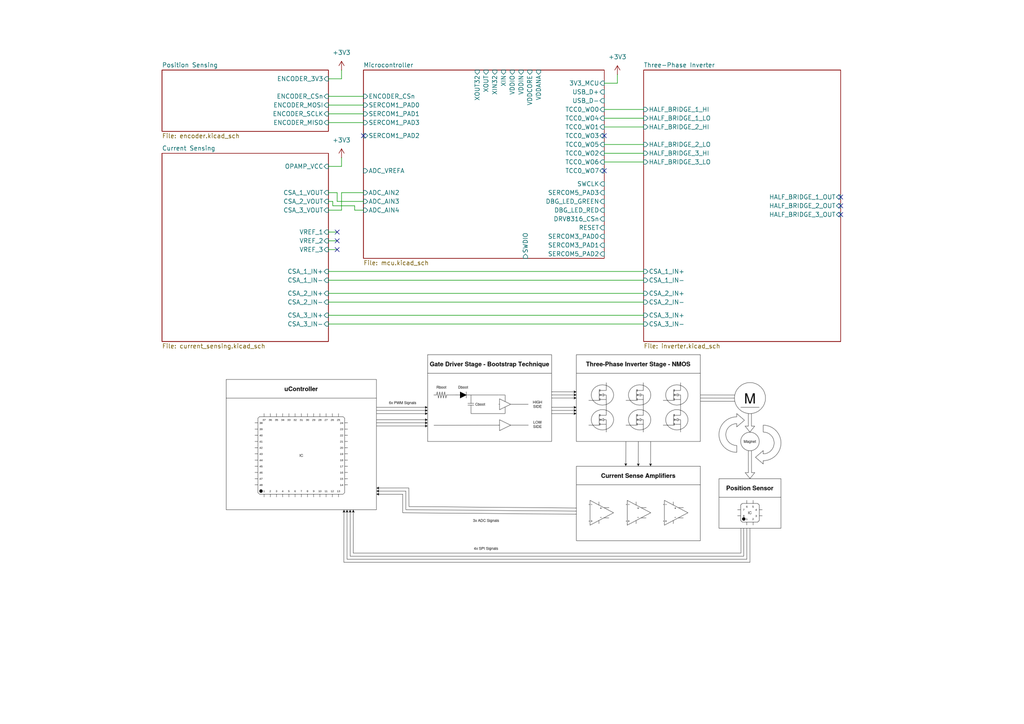
<source format=kicad_sch>
(kicad_sch (version 20250114) (generator "eeschema") (generator_version "9.0")
  (paper "A4")
  (title_block (title "BLDC Motor Driver - Sensored FOC") (date "2025-12-03") (rev "1") (company "CERN BE-CEM-EPR"))
  (lib_symbols
    (symbol "power:+3V3" (power) (pin_numbers (hide yes)) (pin_names (offset 0) (hide yes))
      (property "Value" "+3V3" (at 0 3.556 0))
      (symbol "+3V3_0_1"
        (polyline (pts (xy -0.762 1.27) (xy 0 2.54)))
        (polyline (pts (xy 0 2.54) (xy 0.762 1.27)))
        (polyline (pts (xy 0 0) (xy 0 2.54)))
      )
      (symbol "+3V3_1_1"
        (pin power_in line (at 0 0 90) (length 0) (name "~") (number "1"))
      )
    )
  )
  (no_connect (at 243.84 62.23))
  (no_connect (at 97.79 69.85))
  (no_connect (at 97.79 72.39))
  (no_connect (at 97.79 67.31))
  (no_connect (at 175.26 39.37))
  (no_connect (at 105.41 39.37))
  (no_connect (at 243.84 57.15))
  (no_connect (at 175.26 49.53))
  (no_connect (at 243.84 59.69))
  (wire (pts (xy 102.87 60.96) (xy 105.41 60.96)))
  (wire (pts (xy 95.25 78.74) (xy 186.69 78.74)))
  (wire (pts (xy 97.79 58.42) (xy 105.41 58.42)))
  (wire (pts (xy 95.25 58.42) (xy 96.52 58.42)))
  (wire (pts (xy 99.06 48.26) (xy 99.06 45.72)))
  (wire (pts (xy 95.25 33.02) (xy 105.41 33.02)))
  (wire (pts (xy 99.06 55.88) (xy 105.41 55.88)))
  (wire (pts (xy 99.06 60.96) (xy 99.06 55.88)))
  (wire (pts (xy 95.25 72.39) (xy 97.79 72.39)))
  (wire (pts (xy 95.25 22.86) (xy 99.06 22.86)))
  (wire (pts (xy 95.25 67.31) (xy 97.79 67.31)))
  (wire (pts (xy 175.26 24.13) (xy 179.07 24.13)))
  (wire (pts (xy 95.25 91.44) (xy 186.69 91.44)))
  (wire (pts (xy 175.26 46.99) (xy 186.69 46.99)))
  (wire (pts (xy 175.26 34.29) (xy 186.69 34.29)))
  (wire (pts (xy 95.25 30.48) (xy 105.41 30.48)))
  (wire (pts (xy 97.79 55.88) (xy 97.79 58.42)))
  (wire (pts (xy 95.25 93.98) (xy 186.69 93.98)))
  (wire (pts (xy 95.25 60.96) (xy 99.06 60.96)))
  (wire (pts (xy 95.25 48.26) (xy 99.06 48.26)))
  (wire (pts (xy 179.07 24.13) (xy 179.07 21.59)))
  (wire (pts (xy 95.25 87.63) (xy 186.69 87.63)))
  (wire (pts (xy 99.06 22.86) (xy 99.06 20.32)))
  (wire (pts (xy 96.52 58.42) (xy 96.52 59.69)))
  (wire (pts (xy 95.25 27.94) (xy 105.41 27.94)))
  (wire (pts (xy 96.52 59.69) (xy 102.87 59.69)))
  (wire (pts (xy 175.26 44.45) (xy 186.69 44.45)))
  (wire (pts (xy 95.25 69.85) (xy 97.79 69.85)))
  (wire (pts (xy 95.25 35.56) (xy 105.41 35.56)))
  (wire (pts (xy 175.26 41.91) (xy 186.69 41.91)))
  (wire (pts (xy 95.25 55.88) (xy 97.79 55.88)))
  (wire (pts (xy 175.26 31.75) (xy 186.69 31.75)))
  (wire (pts (xy 95.25 85.09) (xy 186.69 85.09)))
  (wire (pts (xy 95.25 81.28) (xy 186.69 81.28)))
  (wire (pts (xy 102.87 59.69) (xy 102.87 60.96)))
  (wire (pts (xy 175.26 36.83) (xy 186.69 36.83)))
  (image (at 146.05 133.35) (scale 1.06185))
  (symbol (lib_id "power:+3V3") (at 99.06 20.32 0) (unit 1)
    (property "Reference" "#PWR052" (effects (hide yes)))
    (property "Value" "+3V3" (at 99.06 15.24 0))
    (property "Description" "Power symbol creates a global label with name \"+3V3\"" (effects (hide yes)))
  )
  (symbol (lib_id "power:+3V3") (at 179.07 21.59 0) (unit 1)
    (property "Reference" "#PWR054" (effects (hide yes)))
    (property "Value" "+3V3" (at 179.07 16.51 0))
    (property "Description" "Power symbol creates a global label with name \"+3V3\"" (effects (hide yes)))
  )
  (symbol (lib_id "power:+3V3") (at 99.06 45.72 0) (unit 1)
    (property "Reference" "#PWR053" (effects (hide yes)))
    (property "Value" "+3V3" (at 99.06 40.64 0))
    (property "Description" "Power symbol creates a global label with name \"+3V3\"" (effects (hide yes)))
  )
  (sheet (at 105.41 20.32) (size 69.85 54.61) (stroke (width 0.1524))
    (property "Sheetname" "Microcontroller" (at 105.41 19.6084 0) (effects (justify left bottom)))
    (property "Sheetfile" "mcu.kicad_sch" (at 105.41 75.5146 0) (effects (justify left top)))
    (pin "3V3_MCU" input (at 175.26 24.13 0))
    (pin "ADC_AIN2" input (at 105.41 55.88 180))
    (pin "ADC_AIN3" input (at 105.41 58.42 180))
    (pin "ADC_AIN4" input (at 105.41 60.96 180))
    (pin "ADC_VREFA" input (at 105.41 49.53 180))
    (pin "ENCODER_CSn" input (at 105.41 27.94 180))
    (pin "SERCOM1_PAD0" input (at 105.41 30.48 180))
    (pin "SERCOM1_PAD1" input (at 105.41 33.02 180))
    (pin "SERCOM1_PAD2" input (at 105.41 39.37 180))
    (pin "SERCOM1_PAD3" input (at 105.41 35.56 180))
    (pin "TCC0_WO0" input (at 175.26 31.75 0))
    (pin "TCC0_WO3" input (at 175.26 39.37 0))
    (pin "TCC0_WO7" input (at 175.26 49.53 0))
    (pin "DBG_LED_GREEN" input (at 175.26 58.42 0))
    (pin "DBG_LED_RED" input (at 175.26 60.96 0))
    (pin "DRV8316_CSn" input (at 175.26 63.5 0))
    (pin "RESET" input (at 175.26 66.04 0))
    (pin "SERCOM3_PAD0" input (at 175.26 68.58 0))
    (pin "SERCOM3_PAD1" input (at 175.26 71.12 0))
    (pin "SERCOM5_PAD2" input (at 175.26 73.66 0))
    (pin "SERCOM5_PAD3" input (at 175.26 55.88 0))
    (pin "SWCLK" input (at 175.26 53.34 0))
    (pin "SWDIO" input (at 152.4 74.93 270))
    (pin "TCC0_WO1" input (at 175.26 36.83 0))
    (pin "TCC0_WO2" input (at 175.26 44.45 0))
    (pin "TCC0_WO4" input (at 175.26 34.29 0))
    (pin "TCC0_WO5" input (at 175.26 41.91 0))
    (pin "TCC0_WO6" input (at 175.26 46.99 0))
    (pin "USB_D+" input (at 175.26 26.67 0))
    (pin "USB_D-" input (at 175.26 29.21 0))
    (pin "VDDANA" input (at 156.21 20.32 90))
    (pin "VDDCORE" input (at 153.67 20.32 90))
    (pin "VDDIN" input (at 151.13 20.32 90))
    (pin "VDDIO" input (at 148.59 20.32 90))
    (pin "XIN" input (at 146.05 20.32 90))
    (pin "XIN32" input (at 143.51 20.32 90))
    (pin "XOUT" input (at 140.97 20.32 90))
    (pin "XOUT32" input (at 138.43 20.32 90))
  )
  (sheet (at 46.99 20.32) (size 48.26 17.78) (stroke (width 0.1524))
    (property "Sheetname" "Position Sensing" (at 46.99 19.6084 0) (effects (justify left bottom)))
    (property "Sheetfile" "encoder.kicad_sch" (at 46.99 38.6846 0) (effects (justify left top)))
    (pin "ENCODER_3V3" input (at 95.25 22.86 0))
    (pin "ENCODER_CSn" input (at 95.25 27.94 0))
    (pin "ENCODER_MISO" input (at 95.25 35.56 0))
    (pin "ENCODER_MOSI" input (at 95.25 30.48 0))
    (pin "ENCODER_SCLK" input (at 95.25 33.02 0))
  )
  (sheet (at 46.99 44.45) (size 48.26 54.61) (stroke (width 0.1524))
    (property "Sheetname" "Current Sensing" (at 46.99 43.7384 0) (effects (justify left bottom)))
    (property "Sheetfile" "current_sensing.kicad_sch" (at 46.99 99.6446 0) (effects (justify left top)))
    (pin "CSA_1_IN+" input (at 95.25 78.74 0))
    (pin "CSA_1_IN-" input (at 95.25 81.28 0))
    (pin "CSA_1_VOUT" input (at 95.25 55.88 0))
    (pin "CSA_2_IN+" input (at 95.25 85.09 0))
    (pin "CSA_2_IN-" input (at 95.25 87.63 0))
    (pin "CSA_2_VOUT" input (at 95.25 58.42 0))
    (pin "CSA_3_IN+" input (at 95.25 91.44 0))
    (pin "CSA_3_IN-" input (at 95.25 93.98 0))
    (pin "CSA_3_VOUT" input (at 95.25 60.96 0))
    (pin "OPAMP_VCC" input (at 95.25 48.26 0))
    (pin "VREF_1" input (at 95.25 67.31 0))
    (pin "VREF_2" input (at 95.25 69.85 0))
    (pin "VREF_3" input (at 95.25 72.39 0))
  )
  (sheet (at 186.69 20.32) (size 57.15 78.74) (stroke (width 0.1524))
    (property "Sheetname" "Three-Phase Inverter" (at 186.69 19.6084 0) (effects (justify left bottom)))
    (property "Sheetfile" "inverter.kicad_sch" (at 186.69 99.6446 0) (effects (justify left top)))
    (pin "CSA_1_IN+" input (at 186.69 78.74 180))
    (pin "CSA_1_IN-" input (at 186.69 81.28 180))
    (pin "CSA_2_IN+" input (at 186.69 85.09 180))
    (pin "CSA_2_IN-" input (at 186.69 87.63 180))
    (pin "CSA_3_IN+" input (at 186.69 91.44 180))
    (pin "CSA_3_IN-" input (at 186.69 93.98 180))
    (pin "HALF_BRIDGE_1_HI" input (at 186.69 31.75 180))
    (pin "HALF_BRIDGE_1_LO" input (at 186.69 34.29 180))
    (pin "HALF_BRIDGE_1_OUT" input (at 243.84 57.15 0))
    (pin "HALF_BRIDGE_2_HI" input (at 186.69 36.83 180))
    (pin "HALF_BRIDGE_2_LO" input (at 186.69 41.91 180))
    (pin "HALF_BRIDGE_2_OUT" input (at 243.84 59.69 0))
    (pin "HALF_BRIDGE_3_HI" input (at 186.69 44.45 180))
    (pin "HALF_BRIDGE_3_LO" input (at 186.69 46.99 180))
    (pin "HALF_BRIDGE_3_OUT" input (at 243.84 62.23 0))
  )
)
</source>
